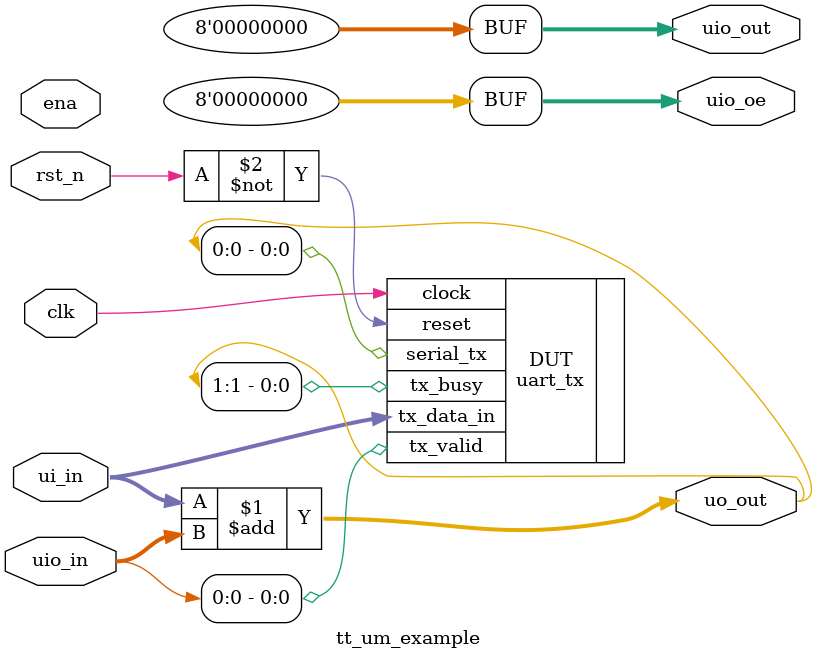
<source format=v>
/*
 * Copyright (c) 2024 Your Name
 * SPDX-License-Identifier: Apache-2.0
 */

`default_nettype none

module tt_um_example (
    input  wire [7:0] ui_in,    // Dedicated inputs
    output wire [7:0] uo_out,   // Dedicated outputs
    input  wire [7:0] uio_in,   // IOs: Input path
    output wire [7:0] uio_out,  // IOs: Output path
    output wire [7:0] uio_oe,   // IOs: Enable path (active high: 0=input, 1=output)
    input  wire       ena,      // always 1 when the design is powered, so you can ignore it
    input  wire       clk,      // clock
    input  wire       rst_n     // reset_n - low to reset
);

  // All output pins must be assigned. If not used, assign to 0.
  assign uo_out  = ui_in + uio_in;  // Example: ou_out is the sum of ui_in and uio_in
  assign uio_out = 0;
  assign uio_oe  = 0;

uart_tx #(
  .CLOCK_FREQUENCY(50000000),
  .BAUD_RATE(9600)
) DUT (
  .clock(clk),
  .reset(~rst_n),
  .tx_valid(uio_in[0]),
  .tx_data_in(ui_in),
  .serial_tx(uo_out[0]),
  .tx_busy(uo_out[1])
);

endmodule

</source>
